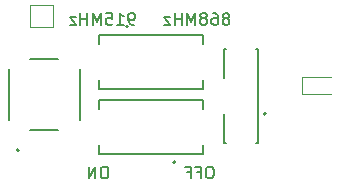
<source format=gbr>
%TF.GenerationSoftware,KiCad,Pcbnew,7.0.5*%
%TF.CreationDate,2024-01-17T11:15:44-05:00*%
%TF.ProjectId,CTRL,4354524c-2e6b-4696-9361-645f70636258,rev?*%
%TF.SameCoordinates,Original*%
%TF.FileFunction,Legend,Bot*%
%TF.FilePolarity,Positive*%
%FSLAX46Y46*%
G04 Gerber Fmt 4.6, Leading zero omitted, Abs format (unit mm)*
G04 Created by KiCad (PCBNEW 7.0.5) date 2024-01-17 11:15:44*
%MOMM*%
%LPD*%
G01*
G04 APERTURE LIST*
%ADD10C,0.200000*%
%ADD11C,0.120000*%
%ADD12C,0.127000*%
G04 APERTURE END LIST*
D10*
X155274850Y-106065840D02*
X155084374Y-106065840D01*
X155084374Y-106065840D02*
X154989136Y-106113459D01*
X154989136Y-106113459D02*
X154893898Y-106208697D01*
X154893898Y-106208697D02*
X154846279Y-106399173D01*
X154846279Y-106399173D02*
X154846279Y-106732506D01*
X154846279Y-106732506D02*
X154893898Y-106922982D01*
X154893898Y-106922982D02*
X154989136Y-107018221D01*
X154989136Y-107018221D02*
X155084374Y-107065840D01*
X155084374Y-107065840D02*
X155274850Y-107065840D01*
X155274850Y-107065840D02*
X155370088Y-107018221D01*
X155370088Y-107018221D02*
X155465326Y-106922982D01*
X155465326Y-106922982D02*
X155512945Y-106732506D01*
X155512945Y-106732506D02*
X155512945Y-106399173D01*
X155512945Y-106399173D02*
X155465326Y-106208697D01*
X155465326Y-106208697D02*
X155370088Y-106113459D01*
X155370088Y-106113459D02*
X155274850Y-106065840D01*
X154084374Y-106542030D02*
X154417707Y-106542030D01*
X154417707Y-107065840D02*
X154417707Y-106065840D01*
X154417707Y-106065840D02*
X153941517Y-106065840D01*
X153227231Y-106542030D02*
X153560564Y-106542030D01*
X153560564Y-107065840D02*
X153560564Y-106065840D01*
X153560564Y-106065840D02*
X153084374Y-106065840D01*
X146349850Y-106065840D02*
X146159374Y-106065840D01*
X146159374Y-106065840D02*
X146064136Y-106113459D01*
X146064136Y-106113459D02*
X145968898Y-106208697D01*
X145968898Y-106208697D02*
X145921279Y-106399173D01*
X145921279Y-106399173D02*
X145921279Y-106732506D01*
X145921279Y-106732506D02*
X145968898Y-106922982D01*
X145968898Y-106922982D02*
X146064136Y-107018221D01*
X146064136Y-107018221D02*
X146159374Y-107065840D01*
X146159374Y-107065840D02*
X146349850Y-107065840D01*
X146349850Y-107065840D02*
X146445088Y-107018221D01*
X146445088Y-107018221D02*
X146540326Y-106922982D01*
X146540326Y-106922982D02*
X146587945Y-106732506D01*
X146587945Y-106732506D02*
X146587945Y-106399173D01*
X146587945Y-106399173D02*
X146540326Y-106208697D01*
X146540326Y-106208697D02*
X146445088Y-106113459D01*
X146445088Y-106113459D02*
X146349850Y-106065840D01*
X145492707Y-107065840D02*
X145492707Y-106065840D01*
X145492707Y-106065840D02*
X144921279Y-107065840D01*
X144921279Y-107065840D02*
X144921279Y-106065840D01*
X148742707Y-94065840D02*
X148552231Y-94065840D01*
X148552231Y-94065840D02*
X148456993Y-94018221D01*
X148456993Y-94018221D02*
X148409374Y-93970601D01*
X148409374Y-93970601D02*
X148314136Y-93827744D01*
X148314136Y-93827744D02*
X148266517Y-93637268D01*
X148266517Y-93637268D02*
X148266517Y-93256316D01*
X148266517Y-93256316D02*
X148314136Y-93161078D01*
X148314136Y-93161078D02*
X148361755Y-93113459D01*
X148361755Y-93113459D02*
X148456993Y-93065840D01*
X148456993Y-93065840D02*
X148647469Y-93065840D01*
X148647469Y-93065840D02*
X148742707Y-93113459D01*
X148742707Y-93113459D02*
X148790326Y-93161078D01*
X148790326Y-93161078D02*
X148837945Y-93256316D01*
X148837945Y-93256316D02*
X148837945Y-93494411D01*
X148837945Y-93494411D02*
X148790326Y-93589649D01*
X148790326Y-93589649D02*
X148742707Y-93637268D01*
X148742707Y-93637268D02*
X148647469Y-93684887D01*
X148647469Y-93684887D02*
X148456993Y-93684887D01*
X148456993Y-93684887D02*
X148361755Y-93637268D01*
X148361755Y-93637268D02*
X148314136Y-93589649D01*
X148314136Y-93589649D02*
X148266517Y-93494411D01*
X147314136Y-94065840D02*
X147885564Y-94065840D01*
X147599850Y-94065840D02*
X147599850Y-93065840D01*
X147599850Y-93065840D02*
X147695088Y-93208697D01*
X147695088Y-93208697D02*
X147790326Y-93303935D01*
X147790326Y-93303935D02*
X147885564Y-93351554D01*
X146409374Y-93065840D02*
X146885564Y-93065840D01*
X146885564Y-93065840D02*
X146933183Y-93542030D01*
X146933183Y-93542030D02*
X146885564Y-93494411D01*
X146885564Y-93494411D02*
X146790326Y-93446792D01*
X146790326Y-93446792D02*
X146552231Y-93446792D01*
X146552231Y-93446792D02*
X146456993Y-93494411D01*
X146456993Y-93494411D02*
X146409374Y-93542030D01*
X146409374Y-93542030D02*
X146361755Y-93637268D01*
X146361755Y-93637268D02*
X146361755Y-93875363D01*
X146361755Y-93875363D02*
X146409374Y-93970601D01*
X146409374Y-93970601D02*
X146456993Y-94018221D01*
X146456993Y-94018221D02*
X146552231Y-94065840D01*
X146552231Y-94065840D02*
X146790326Y-94065840D01*
X146790326Y-94065840D02*
X146885564Y-94018221D01*
X146885564Y-94018221D02*
X146933183Y-93970601D01*
X145933183Y-94065840D02*
X145933183Y-93065840D01*
X145933183Y-93065840D02*
X145599850Y-93780125D01*
X145599850Y-93780125D02*
X145266517Y-93065840D01*
X145266517Y-93065840D02*
X145266517Y-94065840D01*
X144790326Y-94065840D02*
X144790326Y-93065840D01*
X144790326Y-93542030D02*
X144218898Y-93542030D01*
X144218898Y-94065840D02*
X144218898Y-93065840D01*
X143837945Y-93399173D02*
X143314136Y-93399173D01*
X143314136Y-93399173D02*
X143837945Y-94065840D01*
X143837945Y-94065840D02*
X143314136Y-94065840D01*
X156647469Y-93494411D02*
X156742707Y-93446792D01*
X156742707Y-93446792D02*
X156790326Y-93399173D01*
X156790326Y-93399173D02*
X156837945Y-93303935D01*
X156837945Y-93303935D02*
X156837945Y-93256316D01*
X156837945Y-93256316D02*
X156790326Y-93161078D01*
X156790326Y-93161078D02*
X156742707Y-93113459D01*
X156742707Y-93113459D02*
X156647469Y-93065840D01*
X156647469Y-93065840D02*
X156456993Y-93065840D01*
X156456993Y-93065840D02*
X156361755Y-93113459D01*
X156361755Y-93113459D02*
X156314136Y-93161078D01*
X156314136Y-93161078D02*
X156266517Y-93256316D01*
X156266517Y-93256316D02*
X156266517Y-93303935D01*
X156266517Y-93303935D02*
X156314136Y-93399173D01*
X156314136Y-93399173D02*
X156361755Y-93446792D01*
X156361755Y-93446792D02*
X156456993Y-93494411D01*
X156456993Y-93494411D02*
X156647469Y-93494411D01*
X156647469Y-93494411D02*
X156742707Y-93542030D01*
X156742707Y-93542030D02*
X156790326Y-93589649D01*
X156790326Y-93589649D02*
X156837945Y-93684887D01*
X156837945Y-93684887D02*
X156837945Y-93875363D01*
X156837945Y-93875363D02*
X156790326Y-93970601D01*
X156790326Y-93970601D02*
X156742707Y-94018221D01*
X156742707Y-94018221D02*
X156647469Y-94065840D01*
X156647469Y-94065840D02*
X156456993Y-94065840D01*
X156456993Y-94065840D02*
X156361755Y-94018221D01*
X156361755Y-94018221D02*
X156314136Y-93970601D01*
X156314136Y-93970601D02*
X156266517Y-93875363D01*
X156266517Y-93875363D02*
X156266517Y-93684887D01*
X156266517Y-93684887D02*
X156314136Y-93589649D01*
X156314136Y-93589649D02*
X156361755Y-93542030D01*
X156361755Y-93542030D02*
X156456993Y-93494411D01*
X155409374Y-93065840D02*
X155599850Y-93065840D01*
X155599850Y-93065840D02*
X155695088Y-93113459D01*
X155695088Y-93113459D02*
X155742707Y-93161078D01*
X155742707Y-93161078D02*
X155837945Y-93303935D01*
X155837945Y-93303935D02*
X155885564Y-93494411D01*
X155885564Y-93494411D02*
X155885564Y-93875363D01*
X155885564Y-93875363D02*
X155837945Y-93970601D01*
X155837945Y-93970601D02*
X155790326Y-94018221D01*
X155790326Y-94018221D02*
X155695088Y-94065840D01*
X155695088Y-94065840D02*
X155504612Y-94065840D01*
X155504612Y-94065840D02*
X155409374Y-94018221D01*
X155409374Y-94018221D02*
X155361755Y-93970601D01*
X155361755Y-93970601D02*
X155314136Y-93875363D01*
X155314136Y-93875363D02*
X155314136Y-93637268D01*
X155314136Y-93637268D02*
X155361755Y-93542030D01*
X155361755Y-93542030D02*
X155409374Y-93494411D01*
X155409374Y-93494411D02*
X155504612Y-93446792D01*
X155504612Y-93446792D02*
X155695088Y-93446792D01*
X155695088Y-93446792D02*
X155790326Y-93494411D01*
X155790326Y-93494411D02*
X155837945Y-93542030D01*
X155837945Y-93542030D02*
X155885564Y-93637268D01*
X154742707Y-93494411D02*
X154837945Y-93446792D01*
X154837945Y-93446792D02*
X154885564Y-93399173D01*
X154885564Y-93399173D02*
X154933183Y-93303935D01*
X154933183Y-93303935D02*
X154933183Y-93256316D01*
X154933183Y-93256316D02*
X154885564Y-93161078D01*
X154885564Y-93161078D02*
X154837945Y-93113459D01*
X154837945Y-93113459D02*
X154742707Y-93065840D01*
X154742707Y-93065840D02*
X154552231Y-93065840D01*
X154552231Y-93065840D02*
X154456993Y-93113459D01*
X154456993Y-93113459D02*
X154409374Y-93161078D01*
X154409374Y-93161078D02*
X154361755Y-93256316D01*
X154361755Y-93256316D02*
X154361755Y-93303935D01*
X154361755Y-93303935D02*
X154409374Y-93399173D01*
X154409374Y-93399173D02*
X154456993Y-93446792D01*
X154456993Y-93446792D02*
X154552231Y-93494411D01*
X154552231Y-93494411D02*
X154742707Y-93494411D01*
X154742707Y-93494411D02*
X154837945Y-93542030D01*
X154837945Y-93542030D02*
X154885564Y-93589649D01*
X154885564Y-93589649D02*
X154933183Y-93684887D01*
X154933183Y-93684887D02*
X154933183Y-93875363D01*
X154933183Y-93875363D02*
X154885564Y-93970601D01*
X154885564Y-93970601D02*
X154837945Y-94018221D01*
X154837945Y-94018221D02*
X154742707Y-94065840D01*
X154742707Y-94065840D02*
X154552231Y-94065840D01*
X154552231Y-94065840D02*
X154456993Y-94018221D01*
X154456993Y-94018221D02*
X154409374Y-93970601D01*
X154409374Y-93970601D02*
X154361755Y-93875363D01*
X154361755Y-93875363D02*
X154361755Y-93684887D01*
X154361755Y-93684887D02*
X154409374Y-93589649D01*
X154409374Y-93589649D02*
X154456993Y-93542030D01*
X154456993Y-93542030D02*
X154552231Y-93494411D01*
X153933183Y-94065840D02*
X153933183Y-93065840D01*
X153933183Y-93065840D02*
X153599850Y-93780125D01*
X153599850Y-93780125D02*
X153266517Y-93065840D01*
X153266517Y-93065840D02*
X153266517Y-94065840D01*
X152790326Y-94065840D02*
X152790326Y-93065840D01*
X152790326Y-93542030D02*
X152218898Y-93542030D01*
X152218898Y-94065840D02*
X152218898Y-93065840D01*
X151837945Y-93399173D02*
X151314136Y-93399173D01*
X151314136Y-93399173D02*
X151837945Y-94065840D01*
X151837945Y-94065840D02*
X151314136Y-94065840D01*
D11*
%TO.C,D1*%
X163000000Y-98463621D02*
X165460000Y-98463621D01*
X163000000Y-99933621D02*
X163000000Y-98463621D01*
X165460000Y-99933621D02*
X163000000Y-99933621D01*
%TO.C,TP1*%
X141860000Y-92348621D02*
X139960000Y-92348621D01*
X141860000Y-94248621D02*
X141860000Y-92348621D01*
X139960000Y-94248621D02*
X141860000Y-94248621D01*
X139960000Y-92348621D02*
X139960000Y-94248621D01*
D12*
%TO.C,S2*%
X145760000Y-94898621D02*
X145760000Y-95648621D01*
X145760000Y-94898621D02*
X154560000Y-94898621D01*
X145760000Y-99498621D02*
X145760000Y-98748621D01*
X154560000Y-94898621D02*
X154560000Y-95648621D01*
X154560000Y-99498621D02*
X145760000Y-99498621D01*
X154560000Y-99498621D02*
X154560000Y-98748621D01*
D10*
X148260000Y-94198621D02*
G75*
G03*
X148260000Y-94198621I-100000J0D01*
G01*
%TO.C,J3*%
X156382500Y-104074610D02*
X156572500Y-104074610D01*
X156382500Y-104074610D02*
X156382500Y-101604610D01*
X159092500Y-104074610D02*
X159282500Y-104074610D01*
X159282500Y-104074610D02*
X159282500Y-96134610D01*
X156382500Y-98604610D02*
X156382500Y-96134610D01*
X156382500Y-96134610D02*
X156572500Y-96134610D01*
X159092500Y-96134610D02*
X159282500Y-96134610D01*
X159932500Y-101604610D02*
G75*
G03*
X159932500Y-101604610I-100000J0D01*
G01*
D12*
%TO.C,S3*%
X154560000Y-104998621D02*
X154560000Y-104248621D01*
X154560000Y-104998621D02*
X145760000Y-104998621D01*
X154560000Y-100398621D02*
X154560000Y-101148621D01*
X145760000Y-104998621D02*
X145760000Y-104248621D01*
X145760000Y-100398621D02*
X154560000Y-100398621D01*
X145760000Y-100398621D02*
X145760000Y-101148621D01*
D10*
X152260000Y-105698621D02*
G75*
G03*
X152260000Y-105698621I-100000J0D01*
G01*
D12*
%TO.C,S1*%
X142342500Y-102948621D02*
X139977500Y-102948621D01*
X138160000Y-102131121D02*
X138160000Y-97766121D01*
X144160000Y-102131121D02*
X144160000Y-97766121D01*
X142342500Y-96948621D02*
X139977500Y-96948621D01*
D10*
X139010000Y-104698621D02*
G75*
G03*
X139010000Y-104698621I-100000J0D01*
G01*
%TD*%
M02*

</source>
